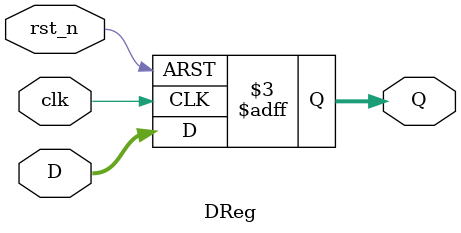
<source format=v>
module DReg #(parameter WIDTH = 9)(
	input                  clk,
	input                  rst_n,
	input  [WIDTH-1:0]     D,
	output reg [WIDTH-1:0] Q
);

	always @(posedge clk or negedge  rst_n) begin
	    if (~rst_n) begin
	        Q <= 'b0;
	    end
	    else begin
	        Q <= D;
	    end    
	end
	
endmodule

</source>
